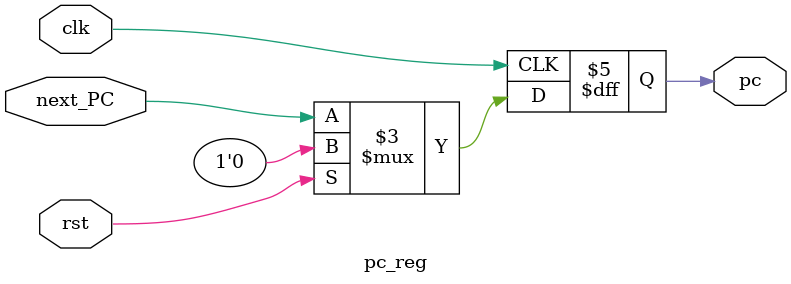
<source format=sv>
module pc_reg(
    input logic clk,
    input logic rst,
    input logic next_PC,
    output logic pc
);

always_ff @( posedge clk ) 
if (rst) pc<= 1'b0;
else pc<= next_PC;

endmodule

</source>
